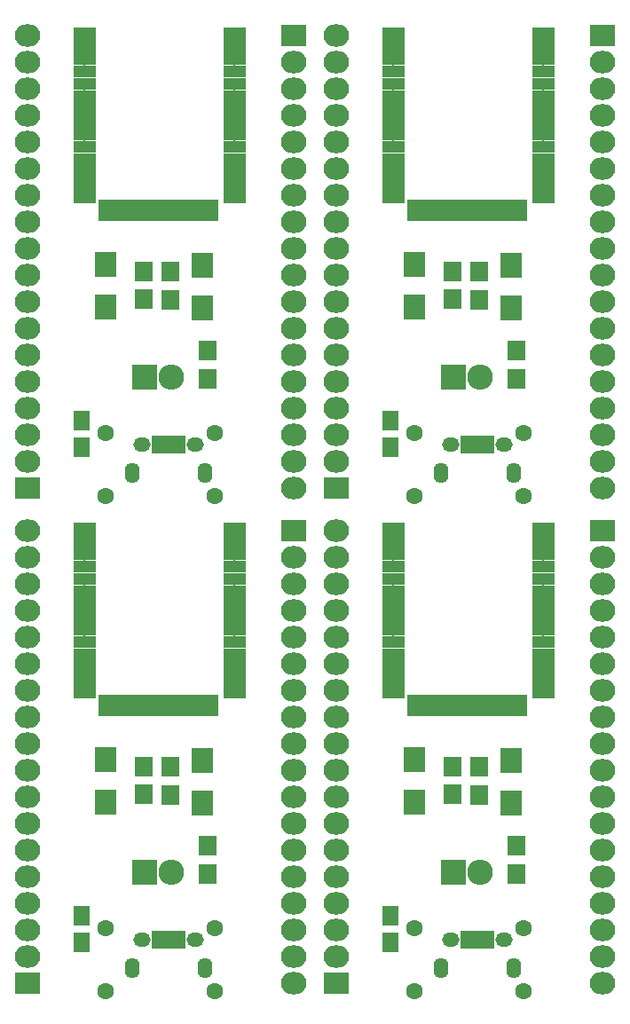
<source format=gbr>
G04 #@! TF.GenerationSoftware,KiCad,Pcbnew,5.0.0-rc2-dev-unknown-ce1bd4c~62~ubuntu16.04.1*
G04 #@! TF.CreationDate,2018-03-08T22:00:34+01:00*
G04 #@! TF.ProjectId,BM20_multi,424D32305F6D756C74692E6B69636164,rev?*
G04 #@! TF.SameCoordinates,Original*
G04 #@! TF.FileFunction,Soldermask,Bot*
G04 #@! TF.FilePolarity,Negative*
%FSLAX46Y46*%
G04 Gerber Fmt 4.6, Leading zero omitted, Abs format (unit mm)*
G04 Created by KiCad (PCBNEW 5.0.0-rc2-dev-unknown-ce1bd4c~62~ubuntu16.04.1) date Thu Mar  8 22:00:34 2018*
%MOMM*%
%LPD*%
G01*
G04 APERTURE LIST*
%ADD10C,1.600000*%
%ADD11O,2.432000X2.127200*%
%ADD12R,2.432000X2.127200*%
%ADD13R,2.000000X2.400000*%
%ADD14R,1.700000X1.900000*%
%ADD15R,1.650000X1.900000*%
%ADD16O,2.432000X2.432000*%
%ADD17R,2.432000X2.432000*%
%ADD18O,1.400000X1.950000*%
%ADD19O,1.650000X1.350000*%
%ADD20R,0.800000X1.750000*%
%ADD21C,1.160000*%
%ADD22C,0.050000*%
%ADD23C,1.250000*%
G04 APERTURE END LIST*
D10*
X110083600Y-141986000D03*
X110083600Y-135986000D03*
X120497600Y-135986000D03*
X120497600Y-141986000D03*
D11*
X128016000Y-141224000D03*
X128016000Y-138684000D03*
X128016000Y-136144000D03*
X128016000Y-133604000D03*
X128016000Y-131064000D03*
X128016000Y-128524000D03*
X128016000Y-125984000D03*
X128016000Y-123444000D03*
X128016000Y-120904000D03*
X128016000Y-118364000D03*
X128016000Y-115824000D03*
X128016000Y-113284000D03*
X128016000Y-110744000D03*
X128016000Y-108204000D03*
X128016000Y-105664000D03*
X128016000Y-103124000D03*
X128016000Y-100584000D03*
D12*
X128016000Y-98044000D03*
D13*
X110070900Y-123907300D03*
X110070900Y-119907300D03*
D14*
X113665000Y-123219200D03*
X113665000Y-120519200D03*
D15*
X107734100Y-134817800D03*
X107734100Y-137317800D03*
D14*
X116217700Y-123257300D03*
X116217700Y-120557300D03*
D13*
X119265700Y-119989600D03*
X119265700Y-123989600D03*
D14*
X119786400Y-128063000D03*
X119786400Y-130763000D03*
D16*
X116344700Y-130670300D03*
D17*
X113804700Y-130670300D03*
D18*
X112553500Y-139796060D03*
X119553500Y-139796060D03*
D19*
X113553500Y-137096060D03*
X118553500Y-137096060D03*
D20*
X114753500Y-137096060D03*
X115403500Y-137096060D03*
X116053500Y-137096060D03*
X116703500Y-137096060D03*
X117353500Y-137096060D03*
D12*
X102616000Y-141224000D03*
D11*
X102616000Y-138684000D03*
X102616000Y-136144000D03*
X102616000Y-133604000D03*
X102616000Y-131064000D03*
X102616000Y-128524000D03*
X102616000Y-125984000D03*
X102616000Y-123444000D03*
X102616000Y-120904000D03*
X102616000Y-118364000D03*
X102616000Y-115824000D03*
X102616000Y-113284000D03*
X102616000Y-110744000D03*
X102616000Y-108204000D03*
X102616000Y-105664000D03*
X102616000Y-103124000D03*
X102616000Y-100584000D03*
X102616000Y-98044000D03*
D21*
X122332000Y-105062000D03*
D22*
G36*
X123382000Y-105642000D02*
X121282000Y-105642000D01*
X121282000Y-104482000D01*
X123382000Y-104482000D01*
X123382000Y-105642000D01*
X123382000Y-105642000D01*
G37*
D21*
X122332000Y-100262000D03*
D22*
G36*
X123382000Y-100842000D02*
X121282000Y-100842000D01*
X121282000Y-99682000D01*
X123382000Y-99682000D01*
X123382000Y-100842000D01*
X123382000Y-100842000D01*
G37*
D21*
X122332000Y-113462000D03*
D22*
G36*
X123382000Y-114042000D02*
X121282000Y-114042000D01*
X121282000Y-112882000D01*
X123382000Y-112882000D01*
X123382000Y-114042000D01*
X123382000Y-114042000D01*
G37*
D21*
X122332000Y-111062000D03*
D22*
G36*
X123382000Y-111642000D02*
X121282000Y-111642000D01*
X121282000Y-110482000D01*
X123382000Y-110482000D01*
X123382000Y-111642000D01*
X123382000Y-111642000D01*
G37*
D21*
X122332000Y-106262000D03*
D22*
G36*
X123382000Y-106842000D02*
X121282000Y-106842000D01*
X121282000Y-105682000D01*
X123382000Y-105682000D01*
X123382000Y-106842000D01*
X123382000Y-106842000D01*
G37*
D21*
X122332000Y-97862000D03*
D22*
G36*
X123382000Y-98442000D02*
X121282000Y-98442000D01*
X121282000Y-97282000D01*
X123382000Y-97282000D01*
X123382000Y-98442000D01*
X123382000Y-98442000D01*
G37*
D21*
X122332000Y-101462000D03*
D22*
G36*
X123382000Y-102042000D02*
X121282000Y-102042000D01*
X121282000Y-100882000D01*
X123382000Y-100882000D01*
X123382000Y-102042000D01*
X123382000Y-102042000D01*
G37*
D21*
X122332000Y-112262000D03*
D22*
G36*
X123382000Y-112842000D02*
X121282000Y-112842000D01*
X121282000Y-111682000D01*
X123382000Y-111682000D01*
X123382000Y-112842000D01*
X123382000Y-112842000D01*
G37*
D21*
X122332000Y-108662000D03*
D22*
G36*
X123382000Y-109242000D02*
X121282000Y-109242000D01*
X121282000Y-108082000D01*
X123382000Y-108082000D01*
X123382000Y-109242000D01*
X123382000Y-109242000D01*
G37*
D21*
X122332000Y-102662000D03*
D22*
G36*
X123382000Y-103242000D02*
X121282000Y-103242000D01*
X121282000Y-102082000D01*
X123382000Y-102082000D01*
X123382000Y-103242000D01*
X123382000Y-103242000D01*
G37*
D21*
X122332000Y-109862000D03*
D22*
G36*
X123382000Y-110442000D02*
X121282000Y-110442000D01*
X121282000Y-109282000D01*
X123382000Y-109282000D01*
X123382000Y-110442000D01*
X123382000Y-110442000D01*
G37*
D21*
X122332000Y-103862000D03*
D22*
G36*
X123382000Y-104442000D02*
X121282000Y-104442000D01*
X121282000Y-103282000D01*
X123382000Y-103282000D01*
X123382000Y-104442000D01*
X123382000Y-104442000D01*
G37*
D21*
X122332000Y-99062000D03*
D22*
G36*
X123382000Y-99642000D02*
X121282000Y-99642000D01*
X121282000Y-98482000D01*
X123382000Y-98482000D01*
X123382000Y-99642000D01*
X123382000Y-99642000D01*
G37*
D21*
X122332000Y-107462000D03*
D22*
G36*
X123382000Y-108042000D02*
X121282000Y-108042000D01*
X121282000Y-106882000D01*
X123382000Y-106882000D01*
X123382000Y-108042000D01*
X123382000Y-108042000D01*
G37*
D21*
X108032000Y-103862000D03*
D22*
G36*
X109082000Y-104442000D02*
X106982000Y-104442000D01*
X106982000Y-103282000D01*
X109082000Y-103282000D01*
X109082000Y-104442000D01*
X109082000Y-104442000D01*
G37*
D21*
X108032000Y-101462000D03*
D22*
G36*
X109082000Y-102042000D02*
X106982000Y-102042000D01*
X106982000Y-100882000D01*
X109082000Y-100882000D01*
X109082000Y-102042000D01*
X109082000Y-102042000D01*
G37*
D21*
X108032000Y-102662000D03*
D22*
G36*
X109082000Y-103242000D02*
X106982000Y-103242000D01*
X106982000Y-102082000D01*
X109082000Y-102082000D01*
X109082000Y-103242000D01*
X109082000Y-103242000D01*
G37*
D21*
X108032000Y-99062000D03*
D22*
G36*
X109082000Y-99642000D02*
X106982000Y-99642000D01*
X106982000Y-98482000D01*
X109082000Y-98482000D01*
X109082000Y-99642000D01*
X109082000Y-99642000D01*
G37*
D21*
X108032000Y-100262000D03*
D22*
G36*
X109082000Y-100842000D02*
X106982000Y-100842000D01*
X106982000Y-99682000D01*
X109082000Y-99682000D01*
X109082000Y-100842000D01*
X109082000Y-100842000D01*
G37*
D21*
X108032000Y-97862000D03*
D22*
G36*
X109082000Y-98442000D02*
X106982000Y-98442000D01*
X106982000Y-97282000D01*
X109082000Y-97282000D01*
X109082000Y-98442000D01*
X109082000Y-98442000D01*
G37*
D21*
X108032000Y-108662000D03*
D22*
G36*
X109082000Y-109242000D02*
X106982000Y-109242000D01*
X106982000Y-108082000D01*
X109082000Y-108082000D01*
X109082000Y-109242000D01*
X109082000Y-109242000D01*
G37*
D21*
X108032000Y-106262000D03*
D22*
G36*
X109082000Y-106842000D02*
X106982000Y-106842000D01*
X106982000Y-105682000D01*
X109082000Y-105682000D01*
X109082000Y-106842000D01*
X109082000Y-106842000D01*
G37*
D21*
X108032000Y-107462000D03*
D22*
G36*
X109082000Y-108042000D02*
X106982000Y-108042000D01*
X106982000Y-106882000D01*
X109082000Y-106882000D01*
X109082000Y-108042000D01*
X109082000Y-108042000D01*
G37*
D21*
X108032000Y-105062000D03*
D22*
G36*
X109082000Y-105642000D02*
X106982000Y-105642000D01*
X106982000Y-104482000D01*
X109082000Y-104482000D01*
X109082000Y-105642000D01*
X109082000Y-105642000D01*
G37*
D21*
X108032000Y-111062000D03*
D22*
G36*
X109082000Y-111642000D02*
X106982000Y-111642000D01*
X106982000Y-110482000D01*
X109082000Y-110482000D01*
X109082000Y-111642000D01*
X109082000Y-111642000D01*
G37*
D21*
X108032000Y-109862000D03*
D22*
G36*
X109082000Y-110442000D02*
X106982000Y-110442000D01*
X106982000Y-109282000D01*
X109082000Y-109282000D01*
X109082000Y-110442000D01*
X109082000Y-110442000D01*
G37*
D21*
X108032000Y-112262000D03*
D22*
G36*
X109082000Y-112842000D02*
X106982000Y-112842000D01*
X106982000Y-111682000D01*
X109082000Y-111682000D01*
X109082000Y-112842000D01*
X109082000Y-112842000D01*
G37*
D21*
X108032000Y-113462000D03*
D22*
G36*
X109082000Y-114042000D02*
X106982000Y-114042000D01*
X106982000Y-112882000D01*
X109082000Y-112882000D01*
X109082000Y-114042000D01*
X109082000Y-114042000D01*
G37*
D23*
X109982000Y-114712000D03*
D22*
G36*
X110607000Y-113662000D02*
X110607000Y-115762000D01*
X109357000Y-115762000D01*
X109357000Y-113662000D01*
X110607000Y-113662000D01*
X110607000Y-113662000D01*
G37*
D23*
X111252000Y-114712000D03*
D22*
G36*
X111877000Y-113662000D02*
X111877000Y-115762000D01*
X110627000Y-115762000D01*
X110627000Y-113662000D01*
X111877000Y-113662000D01*
X111877000Y-113662000D01*
G37*
D23*
X112522000Y-114712000D03*
D22*
G36*
X113147000Y-113662000D02*
X113147000Y-115762000D01*
X111897000Y-115762000D01*
X111897000Y-113662000D01*
X113147000Y-113662000D01*
X113147000Y-113662000D01*
G37*
D23*
X113792000Y-114712000D03*
D22*
G36*
X114417000Y-113662000D02*
X114417000Y-115762000D01*
X113167000Y-115762000D01*
X113167000Y-113662000D01*
X114417000Y-113662000D01*
X114417000Y-113662000D01*
G37*
D23*
X115062000Y-114712000D03*
D22*
G36*
X115687000Y-113662000D02*
X115687000Y-115762000D01*
X114437000Y-115762000D01*
X114437000Y-113662000D01*
X115687000Y-113662000D01*
X115687000Y-113662000D01*
G37*
D23*
X116332000Y-114712000D03*
D22*
G36*
X116957000Y-113662000D02*
X116957000Y-115762000D01*
X115707000Y-115762000D01*
X115707000Y-113662000D01*
X116957000Y-113662000D01*
X116957000Y-113662000D01*
G37*
D23*
X117602000Y-114712000D03*
D22*
G36*
X118227000Y-113662000D02*
X118227000Y-115762000D01*
X116977000Y-115762000D01*
X116977000Y-113662000D01*
X118227000Y-113662000D01*
X118227000Y-113662000D01*
G37*
D23*
X118872000Y-114712000D03*
D22*
G36*
X119497000Y-113662000D02*
X119497000Y-115762000D01*
X118247000Y-115762000D01*
X118247000Y-113662000D01*
X119497000Y-113662000D01*
X119497000Y-113662000D01*
G37*
D23*
X120142000Y-114712000D03*
D22*
G36*
X120767000Y-113662000D02*
X120767000Y-115762000D01*
X119517000Y-115762000D01*
X119517000Y-113662000D01*
X120767000Y-113662000D01*
X120767000Y-113662000D01*
G37*
D10*
X139547600Y-141986000D03*
X139547600Y-135986000D03*
X149961600Y-135986000D03*
X149961600Y-141986000D03*
D11*
X157480000Y-141224000D03*
X157480000Y-138684000D03*
X157480000Y-136144000D03*
X157480000Y-133604000D03*
X157480000Y-131064000D03*
X157480000Y-128524000D03*
X157480000Y-125984000D03*
X157480000Y-123444000D03*
X157480000Y-120904000D03*
X157480000Y-118364000D03*
X157480000Y-115824000D03*
X157480000Y-113284000D03*
X157480000Y-110744000D03*
X157480000Y-108204000D03*
X157480000Y-105664000D03*
X157480000Y-103124000D03*
X157480000Y-100584000D03*
D12*
X157480000Y-98044000D03*
D13*
X139534900Y-123907300D03*
X139534900Y-119907300D03*
D14*
X143129000Y-123219200D03*
X143129000Y-120519200D03*
D15*
X137198100Y-134817800D03*
X137198100Y-137317800D03*
D14*
X145681700Y-123257300D03*
X145681700Y-120557300D03*
D13*
X148729700Y-119989600D03*
X148729700Y-123989600D03*
D14*
X149250400Y-128063000D03*
X149250400Y-130763000D03*
D16*
X145808700Y-130670300D03*
D17*
X143268700Y-130670300D03*
D18*
X142017500Y-139796060D03*
X149017500Y-139796060D03*
D19*
X143017500Y-137096060D03*
X148017500Y-137096060D03*
D20*
X144217500Y-137096060D03*
X144867500Y-137096060D03*
X145517500Y-137096060D03*
X146167500Y-137096060D03*
X146817500Y-137096060D03*
D12*
X132080000Y-141224000D03*
D11*
X132080000Y-138684000D03*
X132080000Y-136144000D03*
X132080000Y-133604000D03*
X132080000Y-131064000D03*
X132080000Y-128524000D03*
X132080000Y-125984000D03*
X132080000Y-123444000D03*
X132080000Y-120904000D03*
X132080000Y-118364000D03*
X132080000Y-115824000D03*
X132080000Y-113284000D03*
X132080000Y-110744000D03*
X132080000Y-108204000D03*
X132080000Y-105664000D03*
X132080000Y-103124000D03*
X132080000Y-100584000D03*
X132080000Y-98044000D03*
D21*
X151796000Y-105062000D03*
D22*
G36*
X152846000Y-105642000D02*
X150746000Y-105642000D01*
X150746000Y-104482000D01*
X152846000Y-104482000D01*
X152846000Y-105642000D01*
X152846000Y-105642000D01*
G37*
D21*
X151796000Y-100262000D03*
D22*
G36*
X152846000Y-100842000D02*
X150746000Y-100842000D01*
X150746000Y-99682000D01*
X152846000Y-99682000D01*
X152846000Y-100842000D01*
X152846000Y-100842000D01*
G37*
D21*
X151796000Y-113462000D03*
D22*
G36*
X152846000Y-114042000D02*
X150746000Y-114042000D01*
X150746000Y-112882000D01*
X152846000Y-112882000D01*
X152846000Y-114042000D01*
X152846000Y-114042000D01*
G37*
D21*
X151796000Y-111062000D03*
D22*
G36*
X152846000Y-111642000D02*
X150746000Y-111642000D01*
X150746000Y-110482000D01*
X152846000Y-110482000D01*
X152846000Y-111642000D01*
X152846000Y-111642000D01*
G37*
D21*
X151796000Y-106262000D03*
D22*
G36*
X152846000Y-106842000D02*
X150746000Y-106842000D01*
X150746000Y-105682000D01*
X152846000Y-105682000D01*
X152846000Y-106842000D01*
X152846000Y-106842000D01*
G37*
D21*
X151796000Y-97862000D03*
D22*
G36*
X152846000Y-98442000D02*
X150746000Y-98442000D01*
X150746000Y-97282000D01*
X152846000Y-97282000D01*
X152846000Y-98442000D01*
X152846000Y-98442000D01*
G37*
D21*
X151796000Y-101462000D03*
D22*
G36*
X152846000Y-102042000D02*
X150746000Y-102042000D01*
X150746000Y-100882000D01*
X152846000Y-100882000D01*
X152846000Y-102042000D01*
X152846000Y-102042000D01*
G37*
D21*
X151796000Y-112262000D03*
D22*
G36*
X152846000Y-112842000D02*
X150746000Y-112842000D01*
X150746000Y-111682000D01*
X152846000Y-111682000D01*
X152846000Y-112842000D01*
X152846000Y-112842000D01*
G37*
D21*
X151796000Y-108662000D03*
D22*
G36*
X152846000Y-109242000D02*
X150746000Y-109242000D01*
X150746000Y-108082000D01*
X152846000Y-108082000D01*
X152846000Y-109242000D01*
X152846000Y-109242000D01*
G37*
D21*
X151796000Y-102662000D03*
D22*
G36*
X152846000Y-103242000D02*
X150746000Y-103242000D01*
X150746000Y-102082000D01*
X152846000Y-102082000D01*
X152846000Y-103242000D01*
X152846000Y-103242000D01*
G37*
D21*
X151796000Y-109862000D03*
D22*
G36*
X152846000Y-110442000D02*
X150746000Y-110442000D01*
X150746000Y-109282000D01*
X152846000Y-109282000D01*
X152846000Y-110442000D01*
X152846000Y-110442000D01*
G37*
D21*
X151796000Y-103862000D03*
D22*
G36*
X152846000Y-104442000D02*
X150746000Y-104442000D01*
X150746000Y-103282000D01*
X152846000Y-103282000D01*
X152846000Y-104442000D01*
X152846000Y-104442000D01*
G37*
D21*
X151796000Y-99062000D03*
D22*
G36*
X152846000Y-99642000D02*
X150746000Y-99642000D01*
X150746000Y-98482000D01*
X152846000Y-98482000D01*
X152846000Y-99642000D01*
X152846000Y-99642000D01*
G37*
D21*
X151796000Y-107462000D03*
D22*
G36*
X152846000Y-108042000D02*
X150746000Y-108042000D01*
X150746000Y-106882000D01*
X152846000Y-106882000D01*
X152846000Y-108042000D01*
X152846000Y-108042000D01*
G37*
D21*
X137496000Y-103862000D03*
D22*
G36*
X138546000Y-104442000D02*
X136446000Y-104442000D01*
X136446000Y-103282000D01*
X138546000Y-103282000D01*
X138546000Y-104442000D01*
X138546000Y-104442000D01*
G37*
D21*
X137496000Y-101462000D03*
D22*
G36*
X138546000Y-102042000D02*
X136446000Y-102042000D01*
X136446000Y-100882000D01*
X138546000Y-100882000D01*
X138546000Y-102042000D01*
X138546000Y-102042000D01*
G37*
D21*
X137496000Y-102662000D03*
D22*
G36*
X138546000Y-103242000D02*
X136446000Y-103242000D01*
X136446000Y-102082000D01*
X138546000Y-102082000D01*
X138546000Y-103242000D01*
X138546000Y-103242000D01*
G37*
D21*
X137496000Y-99062000D03*
D22*
G36*
X138546000Y-99642000D02*
X136446000Y-99642000D01*
X136446000Y-98482000D01*
X138546000Y-98482000D01*
X138546000Y-99642000D01*
X138546000Y-99642000D01*
G37*
D21*
X137496000Y-100262000D03*
D22*
G36*
X138546000Y-100842000D02*
X136446000Y-100842000D01*
X136446000Y-99682000D01*
X138546000Y-99682000D01*
X138546000Y-100842000D01*
X138546000Y-100842000D01*
G37*
D21*
X137496000Y-97862000D03*
D22*
G36*
X138546000Y-98442000D02*
X136446000Y-98442000D01*
X136446000Y-97282000D01*
X138546000Y-97282000D01*
X138546000Y-98442000D01*
X138546000Y-98442000D01*
G37*
D21*
X137496000Y-108662000D03*
D22*
G36*
X138546000Y-109242000D02*
X136446000Y-109242000D01*
X136446000Y-108082000D01*
X138546000Y-108082000D01*
X138546000Y-109242000D01*
X138546000Y-109242000D01*
G37*
D21*
X137496000Y-106262000D03*
D22*
G36*
X138546000Y-106842000D02*
X136446000Y-106842000D01*
X136446000Y-105682000D01*
X138546000Y-105682000D01*
X138546000Y-106842000D01*
X138546000Y-106842000D01*
G37*
D21*
X137496000Y-107462000D03*
D22*
G36*
X138546000Y-108042000D02*
X136446000Y-108042000D01*
X136446000Y-106882000D01*
X138546000Y-106882000D01*
X138546000Y-108042000D01*
X138546000Y-108042000D01*
G37*
D21*
X137496000Y-105062000D03*
D22*
G36*
X138546000Y-105642000D02*
X136446000Y-105642000D01*
X136446000Y-104482000D01*
X138546000Y-104482000D01*
X138546000Y-105642000D01*
X138546000Y-105642000D01*
G37*
D21*
X137496000Y-111062000D03*
D22*
G36*
X138546000Y-111642000D02*
X136446000Y-111642000D01*
X136446000Y-110482000D01*
X138546000Y-110482000D01*
X138546000Y-111642000D01*
X138546000Y-111642000D01*
G37*
D21*
X137496000Y-109862000D03*
D22*
G36*
X138546000Y-110442000D02*
X136446000Y-110442000D01*
X136446000Y-109282000D01*
X138546000Y-109282000D01*
X138546000Y-110442000D01*
X138546000Y-110442000D01*
G37*
D21*
X137496000Y-112262000D03*
D22*
G36*
X138546000Y-112842000D02*
X136446000Y-112842000D01*
X136446000Y-111682000D01*
X138546000Y-111682000D01*
X138546000Y-112842000D01*
X138546000Y-112842000D01*
G37*
D21*
X137496000Y-113462000D03*
D22*
G36*
X138546000Y-114042000D02*
X136446000Y-114042000D01*
X136446000Y-112882000D01*
X138546000Y-112882000D01*
X138546000Y-114042000D01*
X138546000Y-114042000D01*
G37*
D23*
X139446000Y-114712000D03*
D22*
G36*
X140071000Y-113662000D02*
X140071000Y-115762000D01*
X138821000Y-115762000D01*
X138821000Y-113662000D01*
X140071000Y-113662000D01*
X140071000Y-113662000D01*
G37*
D23*
X140716000Y-114712000D03*
D22*
G36*
X141341000Y-113662000D02*
X141341000Y-115762000D01*
X140091000Y-115762000D01*
X140091000Y-113662000D01*
X141341000Y-113662000D01*
X141341000Y-113662000D01*
G37*
D23*
X141986000Y-114712000D03*
D22*
G36*
X142611000Y-113662000D02*
X142611000Y-115762000D01*
X141361000Y-115762000D01*
X141361000Y-113662000D01*
X142611000Y-113662000D01*
X142611000Y-113662000D01*
G37*
D23*
X143256000Y-114712000D03*
D22*
G36*
X143881000Y-113662000D02*
X143881000Y-115762000D01*
X142631000Y-115762000D01*
X142631000Y-113662000D01*
X143881000Y-113662000D01*
X143881000Y-113662000D01*
G37*
D23*
X144526000Y-114712000D03*
D22*
G36*
X145151000Y-113662000D02*
X145151000Y-115762000D01*
X143901000Y-115762000D01*
X143901000Y-113662000D01*
X145151000Y-113662000D01*
X145151000Y-113662000D01*
G37*
D23*
X145796000Y-114712000D03*
D22*
G36*
X146421000Y-113662000D02*
X146421000Y-115762000D01*
X145171000Y-115762000D01*
X145171000Y-113662000D01*
X146421000Y-113662000D01*
X146421000Y-113662000D01*
G37*
D23*
X147066000Y-114712000D03*
D22*
G36*
X147691000Y-113662000D02*
X147691000Y-115762000D01*
X146441000Y-115762000D01*
X146441000Y-113662000D01*
X147691000Y-113662000D01*
X147691000Y-113662000D01*
G37*
D23*
X148336000Y-114712000D03*
D22*
G36*
X148961000Y-113662000D02*
X148961000Y-115762000D01*
X147711000Y-115762000D01*
X147711000Y-113662000D01*
X148961000Y-113662000D01*
X148961000Y-113662000D01*
G37*
D23*
X149606000Y-114712000D03*
D22*
G36*
X150231000Y-113662000D02*
X150231000Y-115762000D01*
X148981000Y-115762000D01*
X148981000Y-113662000D01*
X150231000Y-113662000D01*
X150231000Y-113662000D01*
G37*
D10*
X139547600Y-94742000D03*
X139547600Y-88742000D03*
X149961600Y-88742000D03*
X149961600Y-94742000D03*
D11*
X157480000Y-93980000D03*
X157480000Y-91440000D03*
X157480000Y-88900000D03*
X157480000Y-86360000D03*
X157480000Y-83820000D03*
X157480000Y-81280000D03*
X157480000Y-78740000D03*
X157480000Y-76200000D03*
X157480000Y-73660000D03*
X157480000Y-71120000D03*
X157480000Y-68580000D03*
X157480000Y-66040000D03*
X157480000Y-63500000D03*
X157480000Y-60960000D03*
X157480000Y-58420000D03*
X157480000Y-55880000D03*
X157480000Y-53340000D03*
D12*
X157480000Y-50800000D03*
D13*
X139534900Y-76663300D03*
X139534900Y-72663300D03*
D14*
X143129000Y-75975200D03*
X143129000Y-73275200D03*
D15*
X137198100Y-87573800D03*
X137198100Y-90073800D03*
D14*
X145681700Y-76013300D03*
X145681700Y-73313300D03*
D13*
X148729700Y-72745600D03*
X148729700Y-76745600D03*
D14*
X149250400Y-80819000D03*
X149250400Y-83519000D03*
D16*
X145808700Y-83426300D03*
D17*
X143268700Y-83426300D03*
D18*
X142017500Y-92552060D03*
X149017500Y-92552060D03*
D19*
X143017500Y-89852060D03*
X148017500Y-89852060D03*
D20*
X144217500Y-89852060D03*
X144867500Y-89852060D03*
X145517500Y-89852060D03*
X146167500Y-89852060D03*
X146817500Y-89852060D03*
D12*
X132080000Y-93980000D03*
D11*
X132080000Y-91440000D03*
X132080000Y-88900000D03*
X132080000Y-86360000D03*
X132080000Y-83820000D03*
X132080000Y-81280000D03*
X132080000Y-78740000D03*
X132080000Y-76200000D03*
X132080000Y-73660000D03*
X132080000Y-71120000D03*
X132080000Y-68580000D03*
X132080000Y-66040000D03*
X132080000Y-63500000D03*
X132080000Y-60960000D03*
X132080000Y-58420000D03*
X132080000Y-55880000D03*
X132080000Y-53340000D03*
X132080000Y-50800000D03*
D21*
X151796000Y-57818000D03*
D22*
G36*
X152846000Y-58398000D02*
X150746000Y-58398000D01*
X150746000Y-57238000D01*
X152846000Y-57238000D01*
X152846000Y-58398000D01*
X152846000Y-58398000D01*
G37*
D21*
X151796000Y-53018000D03*
D22*
G36*
X152846000Y-53598000D02*
X150746000Y-53598000D01*
X150746000Y-52438000D01*
X152846000Y-52438000D01*
X152846000Y-53598000D01*
X152846000Y-53598000D01*
G37*
D21*
X151796000Y-66218000D03*
D22*
G36*
X152846000Y-66798000D02*
X150746000Y-66798000D01*
X150746000Y-65638000D01*
X152846000Y-65638000D01*
X152846000Y-66798000D01*
X152846000Y-66798000D01*
G37*
D21*
X151796000Y-63818000D03*
D22*
G36*
X152846000Y-64398000D02*
X150746000Y-64398000D01*
X150746000Y-63238000D01*
X152846000Y-63238000D01*
X152846000Y-64398000D01*
X152846000Y-64398000D01*
G37*
D21*
X151796000Y-59018000D03*
D22*
G36*
X152846000Y-59598000D02*
X150746000Y-59598000D01*
X150746000Y-58438000D01*
X152846000Y-58438000D01*
X152846000Y-59598000D01*
X152846000Y-59598000D01*
G37*
D21*
X151796000Y-50618000D03*
D22*
G36*
X152846000Y-51198000D02*
X150746000Y-51198000D01*
X150746000Y-50038000D01*
X152846000Y-50038000D01*
X152846000Y-51198000D01*
X152846000Y-51198000D01*
G37*
D21*
X151796000Y-54218000D03*
D22*
G36*
X152846000Y-54798000D02*
X150746000Y-54798000D01*
X150746000Y-53638000D01*
X152846000Y-53638000D01*
X152846000Y-54798000D01*
X152846000Y-54798000D01*
G37*
D21*
X151796000Y-65018000D03*
D22*
G36*
X152846000Y-65598000D02*
X150746000Y-65598000D01*
X150746000Y-64438000D01*
X152846000Y-64438000D01*
X152846000Y-65598000D01*
X152846000Y-65598000D01*
G37*
D21*
X151796000Y-61418000D03*
D22*
G36*
X152846000Y-61998000D02*
X150746000Y-61998000D01*
X150746000Y-60838000D01*
X152846000Y-60838000D01*
X152846000Y-61998000D01*
X152846000Y-61998000D01*
G37*
D21*
X151796000Y-55418000D03*
D22*
G36*
X152846000Y-55998000D02*
X150746000Y-55998000D01*
X150746000Y-54838000D01*
X152846000Y-54838000D01*
X152846000Y-55998000D01*
X152846000Y-55998000D01*
G37*
D21*
X151796000Y-62618000D03*
D22*
G36*
X152846000Y-63198000D02*
X150746000Y-63198000D01*
X150746000Y-62038000D01*
X152846000Y-62038000D01*
X152846000Y-63198000D01*
X152846000Y-63198000D01*
G37*
D21*
X151796000Y-56618000D03*
D22*
G36*
X152846000Y-57198000D02*
X150746000Y-57198000D01*
X150746000Y-56038000D01*
X152846000Y-56038000D01*
X152846000Y-57198000D01*
X152846000Y-57198000D01*
G37*
D21*
X151796000Y-51818000D03*
D22*
G36*
X152846000Y-52398000D02*
X150746000Y-52398000D01*
X150746000Y-51238000D01*
X152846000Y-51238000D01*
X152846000Y-52398000D01*
X152846000Y-52398000D01*
G37*
D21*
X151796000Y-60218000D03*
D22*
G36*
X152846000Y-60798000D02*
X150746000Y-60798000D01*
X150746000Y-59638000D01*
X152846000Y-59638000D01*
X152846000Y-60798000D01*
X152846000Y-60798000D01*
G37*
D21*
X137496000Y-56618000D03*
D22*
G36*
X138546000Y-57198000D02*
X136446000Y-57198000D01*
X136446000Y-56038000D01*
X138546000Y-56038000D01*
X138546000Y-57198000D01*
X138546000Y-57198000D01*
G37*
D21*
X137496000Y-54218000D03*
D22*
G36*
X138546000Y-54798000D02*
X136446000Y-54798000D01*
X136446000Y-53638000D01*
X138546000Y-53638000D01*
X138546000Y-54798000D01*
X138546000Y-54798000D01*
G37*
D21*
X137496000Y-55418000D03*
D22*
G36*
X138546000Y-55998000D02*
X136446000Y-55998000D01*
X136446000Y-54838000D01*
X138546000Y-54838000D01*
X138546000Y-55998000D01*
X138546000Y-55998000D01*
G37*
D21*
X137496000Y-51818000D03*
D22*
G36*
X138546000Y-52398000D02*
X136446000Y-52398000D01*
X136446000Y-51238000D01*
X138546000Y-51238000D01*
X138546000Y-52398000D01*
X138546000Y-52398000D01*
G37*
D21*
X137496000Y-53018000D03*
D22*
G36*
X138546000Y-53598000D02*
X136446000Y-53598000D01*
X136446000Y-52438000D01*
X138546000Y-52438000D01*
X138546000Y-53598000D01*
X138546000Y-53598000D01*
G37*
D21*
X137496000Y-50618000D03*
D22*
G36*
X138546000Y-51198000D02*
X136446000Y-51198000D01*
X136446000Y-50038000D01*
X138546000Y-50038000D01*
X138546000Y-51198000D01*
X138546000Y-51198000D01*
G37*
D21*
X137496000Y-61418000D03*
D22*
G36*
X138546000Y-61998000D02*
X136446000Y-61998000D01*
X136446000Y-60838000D01*
X138546000Y-60838000D01*
X138546000Y-61998000D01*
X138546000Y-61998000D01*
G37*
D21*
X137496000Y-59018000D03*
D22*
G36*
X138546000Y-59598000D02*
X136446000Y-59598000D01*
X136446000Y-58438000D01*
X138546000Y-58438000D01*
X138546000Y-59598000D01*
X138546000Y-59598000D01*
G37*
D21*
X137496000Y-60218000D03*
D22*
G36*
X138546000Y-60798000D02*
X136446000Y-60798000D01*
X136446000Y-59638000D01*
X138546000Y-59638000D01*
X138546000Y-60798000D01*
X138546000Y-60798000D01*
G37*
D21*
X137496000Y-57818000D03*
D22*
G36*
X138546000Y-58398000D02*
X136446000Y-58398000D01*
X136446000Y-57238000D01*
X138546000Y-57238000D01*
X138546000Y-58398000D01*
X138546000Y-58398000D01*
G37*
D21*
X137496000Y-63818000D03*
D22*
G36*
X138546000Y-64398000D02*
X136446000Y-64398000D01*
X136446000Y-63238000D01*
X138546000Y-63238000D01*
X138546000Y-64398000D01*
X138546000Y-64398000D01*
G37*
D21*
X137496000Y-62618000D03*
D22*
G36*
X138546000Y-63198000D02*
X136446000Y-63198000D01*
X136446000Y-62038000D01*
X138546000Y-62038000D01*
X138546000Y-63198000D01*
X138546000Y-63198000D01*
G37*
D21*
X137496000Y-65018000D03*
D22*
G36*
X138546000Y-65598000D02*
X136446000Y-65598000D01*
X136446000Y-64438000D01*
X138546000Y-64438000D01*
X138546000Y-65598000D01*
X138546000Y-65598000D01*
G37*
D21*
X137496000Y-66218000D03*
D22*
G36*
X138546000Y-66798000D02*
X136446000Y-66798000D01*
X136446000Y-65638000D01*
X138546000Y-65638000D01*
X138546000Y-66798000D01*
X138546000Y-66798000D01*
G37*
D23*
X139446000Y-67468000D03*
D22*
G36*
X140071000Y-66418000D02*
X140071000Y-68518000D01*
X138821000Y-68518000D01*
X138821000Y-66418000D01*
X140071000Y-66418000D01*
X140071000Y-66418000D01*
G37*
D23*
X140716000Y-67468000D03*
D22*
G36*
X141341000Y-66418000D02*
X141341000Y-68518000D01*
X140091000Y-68518000D01*
X140091000Y-66418000D01*
X141341000Y-66418000D01*
X141341000Y-66418000D01*
G37*
D23*
X141986000Y-67468000D03*
D22*
G36*
X142611000Y-66418000D02*
X142611000Y-68518000D01*
X141361000Y-68518000D01*
X141361000Y-66418000D01*
X142611000Y-66418000D01*
X142611000Y-66418000D01*
G37*
D23*
X143256000Y-67468000D03*
D22*
G36*
X143881000Y-66418000D02*
X143881000Y-68518000D01*
X142631000Y-68518000D01*
X142631000Y-66418000D01*
X143881000Y-66418000D01*
X143881000Y-66418000D01*
G37*
D23*
X144526000Y-67468000D03*
D22*
G36*
X145151000Y-66418000D02*
X145151000Y-68518000D01*
X143901000Y-68518000D01*
X143901000Y-66418000D01*
X145151000Y-66418000D01*
X145151000Y-66418000D01*
G37*
D23*
X145796000Y-67468000D03*
D22*
G36*
X146421000Y-66418000D02*
X146421000Y-68518000D01*
X145171000Y-68518000D01*
X145171000Y-66418000D01*
X146421000Y-66418000D01*
X146421000Y-66418000D01*
G37*
D23*
X147066000Y-67468000D03*
D22*
G36*
X147691000Y-66418000D02*
X147691000Y-68518000D01*
X146441000Y-68518000D01*
X146441000Y-66418000D01*
X147691000Y-66418000D01*
X147691000Y-66418000D01*
G37*
D23*
X148336000Y-67468000D03*
D22*
G36*
X148961000Y-66418000D02*
X148961000Y-68518000D01*
X147711000Y-68518000D01*
X147711000Y-66418000D01*
X148961000Y-66418000D01*
X148961000Y-66418000D01*
G37*
D23*
X149606000Y-67468000D03*
D22*
G36*
X150231000Y-66418000D02*
X150231000Y-68518000D01*
X148981000Y-68518000D01*
X148981000Y-66418000D01*
X150231000Y-66418000D01*
X150231000Y-66418000D01*
G37*
D23*
X120142000Y-67468000D03*
D22*
G36*
X120767000Y-66418000D02*
X120767000Y-68518000D01*
X119517000Y-68518000D01*
X119517000Y-66418000D01*
X120767000Y-66418000D01*
X120767000Y-66418000D01*
G37*
D23*
X118872000Y-67468000D03*
D22*
G36*
X119497000Y-66418000D02*
X119497000Y-68518000D01*
X118247000Y-68518000D01*
X118247000Y-66418000D01*
X119497000Y-66418000D01*
X119497000Y-66418000D01*
G37*
D23*
X117602000Y-67468000D03*
D22*
G36*
X118227000Y-66418000D02*
X118227000Y-68518000D01*
X116977000Y-68518000D01*
X116977000Y-66418000D01*
X118227000Y-66418000D01*
X118227000Y-66418000D01*
G37*
D23*
X116332000Y-67468000D03*
D22*
G36*
X116957000Y-66418000D02*
X116957000Y-68518000D01*
X115707000Y-68518000D01*
X115707000Y-66418000D01*
X116957000Y-66418000D01*
X116957000Y-66418000D01*
G37*
D23*
X115062000Y-67468000D03*
D22*
G36*
X115687000Y-66418000D02*
X115687000Y-68518000D01*
X114437000Y-68518000D01*
X114437000Y-66418000D01*
X115687000Y-66418000D01*
X115687000Y-66418000D01*
G37*
D23*
X113792000Y-67468000D03*
D22*
G36*
X114417000Y-66418000D02*
X114417000Y-68518000D01*
X113167000Y-68518000D01*
X113167000Y-66418000D01*
X114417000Y-66418000D01*
X114417000Y-66418000D01*
G37*
D23*
X112522000Y-67468000D03*
D22*
G36*
X113147000Y-66418000D02*
X113147000Y-68518000D01*
X111897000Y-68518000D01*
X111897000Y-66418000D01*
X113147000Y-66418000D01*
X113147000Y-66418000D01*
G37*
D23*
X111252000Y-67468000D03*
D22*
G36*
X111877000Y-66418000D02*
X111877000Y-68518000D01*
X110627000Y-68518000D01*
X110627000Y-66418000D01*
X111877000Y-66418000D01*
X111877000Y-66418000D01*
G37*
D23*
X109982000Y-67468000D03*
D22*
G36*
X110607000Y-66418000D02*
X110607000Y-68518000D01*
X109357000Y-68518000D01*
X109357000Y-66418000D01*
X110607000Y-66418000D01*
X110607000Y-66418000D01*
G37*
D21*
X108032000Y-66218000D03*
D22*
G36*
X109082000Y-66798000D02*
X106982000Y-66798000D01*
X106982000Y-65638000D01*
X109082000Y-65638000D01*
X109082000Y-66798000D01*
X109082000Y-66798000D01*
G37*
D21*
X108032000Y-65018000D03*
D22*
G36*
X109082000Y-65598000D02*
X106982000Y-65598000D01*
X106982000Y-64438000D01*
X109082000Y-64438000D01*
X109082000Y-65598000D01*
X109082000Y-65598000D01*
G37*
D21*
X108032000Y-62618000D03*
D22*
G36*
X109082000Y-63198000D02*
X106982000Y-63198000D01*
X106982000Y-62038000D01*
X109082000Y-62038000D01*
X109082000Y-63198000D01*
X109082000Y-63198000D01*
G37*
D21*
X108032000Y-63818000D03*
D22*
G36*
X109082000Y-64398000D02*
X106982000Y-64398000D01*
X106982000Y-63238000D01*
X109082000Y-63238000D01*
X109082000Y-64398000D01*
X109082000Y-64398000D01*
G37*
D21*
X108032000Y-57818000D03*
D22*
G36*
X109082000Y-58398000D02*
X106982000Y-58398000D01*
X106982000Y-57238000D01*
X109082000Y-57238000D01*
X109082000Y-58398000D01*
X109082000Y-58398000D01*
G37*
D21*
X108032000Y-60218000D03*
D22*
G36*
X109082000Y-60798000D02*
X106982000Y-60798000D01*
X106982000Y-59638000D01*
X109082000Y-59638000D01*
X109082000Y-60798000D01*
X109082000Y-60798000D01*
G37*
D21*
X108032000Y-59018000D03*
D22*
G36*
X109082000Y-59598000D02*
X106982000Y-59598000D01*
X106982000Y-58438000D01*
X109082000Y-58438000D01*
X109082000Y-59598000D01*
X109082000Y-59598000D01*
G37*
D21*
X108032000Y-61418000D03*
D22*
G36*
X109082000Y-61998000D02*
X106982000Y-61998000D01*
X106982000Y-60838000D01*
X109082000Y-60838000D01*
X109082000Y-61998000D01*
X109082000Y-61998000D01*
G37*
D21*
X108032000Y-50618000D03*
D22*
G36*
X109082000Y-51198000D02*
X106982000Y-51198000D01*
X106982000Y-50038000D01*
X109082000Y-50038000D01*
X109082000Y-51198000D01*
X109082000Y-51198000D01*
G37*
D21*
X108032000Y-53018000D03*
D22*
G36*
X109082000Y-53598000D02*
X106982000Y-53598000D01*
X106982000Y-52438000D01*
X109082000Y-52438000D01*
X109082000Y-53598000D01*
X109082000Y-53598000D01*
G37*
D21*
X108032000Y-51818000D03*
D22*
G36*
X109082000Y-52398000D02*
X106982000Y-52398000D01*
X106982000Y-51238000D01*
X109082000Y-51238000D01*
X109082000Y-52398000D01*
X109082000Y-52398000D01*
G37*
D21*
X108032000Y-55418000D03*
D22*
G36*
X109082000Y-55998000D02*
X106982000Y-55998000D01*
X106982000Y-54838000D01*
X109082000Y-54838000D01*
X109082000Y-55998000D01*
X109082000Y-55998000D01*
G37*
D21*
X108032000Y-54218000D03*
D22*
G36*
X109082000Y-54798000D02*
X106982000Y-54798000D01*
X106982000Y-53638000D01*
X109082000Y-53638000D01*
X109082000Y-54798000D01*
X109082000Y-54798000D01*
G37*
D21*
X108032000Y-56618000D03*
D22*
G36*
X109082000Y-57198000D02*
X106982000Y-57198000D01*
X106982000Y-56038000D01*
X109082000Y-56038000D01*
X109082000Y-57198000D01*
X109082000Y-57198000D01*
G37*
D21*
X122332000Y-60218000D03*
D22*
G36*
X123382000Y-60798000D02*
X121282000Y-60798000D01*
X121282000Y-59638000D01*
X123382000Y-59638000D01*
X123382000Y-60798000D01*
X123382000Y-60798000D01*
G37*
D21*
X122332000Y-51818000D03*
D22*
G36*
X123382000Y-52398000D02*
X121282000Y-52398000D01*
X121282000Y-51238000D01*
X123382000Y-51238000D01*
X123382000Y-52398000D01*
X123382000Y-52398000D01*
G37*
D21*
X122332000Y-56618000D03*
D22*
G36*
X123382000Y-57198000D02*
X121282000Y-57198000D01*
X121282000Y-56038000D01*
X123382000Y-56038000D01*
X123382000Y-57198000D01*
X123382000Y-57198000D01*
G37*
D21*
X122332000Y-62618000D03*
D22*
G36*
X123382000Y-63198000D02*
X121282000Y-63198000D01*
X121282000Y-62038000D01*
X123382000Y-62038000D01*
X123382000Y-63198000D01*
X123382000Y-63198000D01*
G37*
D21*
X122332000Y-55418000D03*
D22*
G36*
X123382000Y-55998000D02*
X121282000Y-55998000D01*
X121282000Y-54838000D01*
X123382000Y-54838000D01*
X123382000Y-55998000D01*
X123382000Y-55998000D01*
G37*
D21*
X122332000Y-61418000D03*
D22*
G36*
X123382000Y-61998000D02*
X121282000Y-61998000D01*
X121282000Y-60838000D01*
X123382000Y-60838000D01*
X123382000Y-61998000D01*
X123382000Y-61998000D01*
G37*
D21*
X122332000Y-65018000D03*
D22*
G36*
X123382000Y-65598000D02*
X121282000Y-65598000D01*
X121282000Y-64438000D01*
X123382000Y-64438000D01*
X123382000Y-65598000D01*
X123382000Y-65598000D01*
G37*
D21*
X122332000Y-54218000D03*
D22*
G36*
X123382000Y-54798000D02*
X121282000Y-54798000D01*
X121282000Y-53638000D01*
X123382000Y-53638000D01*
X123382000Y-54798000D01*
X123382000Y-54798000D01*
G37*
D21*
X122332000Y-50618000D03*
D22*
G36*
X123382000Y-51198000D02*
X121282000Y-51198000D01*
X121282000Y-50038000D01*
X123382000Y-50038000D01*
X123382000Y-51198000D01*
X123382000Y-51198000D01*
G37*
D21*
X122332000Y-59018000D03*
D22*
G36*
X123382000Y-59598000D02*
X121282000Y-59598000D01*
X121282000Y-58438000D01*
X123382000Y-58438000D01*
X123382000Y-59598000D01*
X123382000Y-59598000D01*
G37*
D21*
X122332000Y-63818000D03*
D22*
G36*
X123382000Y-64398000D02*
X121282000Y-64398000D01*
X121282000Y-63238000D01*
X123382000Y-63238000D01*
X123382000Y-64398000D01*
X123382000Y-64398000D01*
G37*
D21*
X122332000Y-66218000D03*
D22*
G36*
X123382000Y-66798000D02*
X121282000Y-66798000D01*
X121282000Y-65638000D01*
X123382000Y-65638000D01*
X123382000Y-66798000D01*
X123382000Y-66798000D01*
G37*
D21*
X122332000Y-53018000D03*
D22*
G36*
X123382000Y-53598000D02*
X121282000Y-53598000D01*
X121282000Y-52438000D01*
X123382000Y-52438000D01*
X123382000Y-53598000D01*
X123382000Y-53598000D01*
G37*
D21*
X122332000Y-57818000D03*
D22*
G36*
X123382000Y-58398000D02*
X121282000Y-58398000D01*
X121282000Y-57238000D01*
X123382000Y-57238000D01*
X123382000Y-58398000D01*
X123382000Y-58398000D01*
G37*
D10*
X120497600Y-94742000D03*
X120497600Y-88742000D03*
D12*
X128016000Y-50800000D03*
D11*
X128016000Y-53340000D03*
X128016000Y-55880000D03*
X128016000Y-58420000D03*
X128016000Y-60960000D03*
X128016000Y-63500000D03*
X128016000Y-66040000D03*
X128016000Y-68580000D03*
X128016000Y-71120000D03*
X128016000Y-73660000D03*
X128016000Y-76200000D03*
X128016000Y-78740000D03*
X128016000Y-81280000D03*
X128016000Y-83820000D03*
X128016000Y-86360000D03*
X128016000Y-88900000D03*
X128016000Y-91440000D03*
X128016000Y-93980000D03*
X102616000Y-50800000D03*
X102616000Y-53340000D03*
X102616000Y-55880000D03*
X102616000Y-58420000D03*
X102616000Y-60960000D03*
X102616000Y-63500000D03*
X102616000Y-66040000D03*
X102616000Y-68580000D03*
X102616000Y-71120000D03*
X102616000Y-73660000D03*
X102616000Y-76200000D03*
X102616000Y-78740000D03*
X102616000Y-81280000D03*
X102616000Y-83820000D03*
X102616000Y-86360000D03*
X102616000Y-88900000D03*
X102616000Y-91440000D03*
D12*
X102616000Y-93980000D03*
D13*
X110070900Y-72663300D03*
X110070900Y-76663300D03*
X119265700Y-76745600D03*
X119265700Y-72745600D03*
D15*
X107734100Y-90073800D03*
X107734100Y-87573800D03*
D17*
X113804700Y-83426300D03*
D16*
X116344700Y-83426300D03*
D10*
X110083600Y-88742000D03*
X110083600Y-94742000D03*
D14*
X116217700Y-73313300D03*
X116217700Y-76013300D03*
X113665000Y-73275200D03*
X113665000Y-75975200D03*
X119786400Y-83519000D03*
X119786400Y-80819000D03*
D20*
X117353500Y-89852060D03*
X116703500Y-89852060D03*
X116053500Y-89852060D03*
X115403500Y-89852060D03*
X114753500Y-89852060D03*
D19*
X118553500Y-89852060D03*
X113553500Y-89852060D03*
D18*
X119553500Y-92552060D03*
X112553500Y-92552060D03*
M02*

</source>
